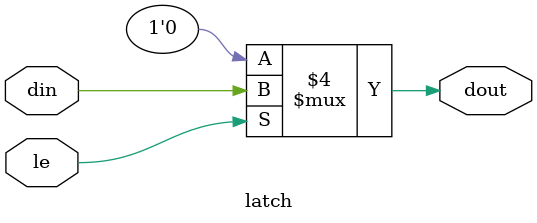
<source format=v>
`timescale 1ns / 1ps
module latch( 
   // Outputs 
   dout, 
   // Inputs 
   din, le 
   ); 
   input din; 
   output dout; 
   input  le; // latch enable 
   reg dout; 
   always @(din or le) 
     if (le == 1'b1) 
       dout <= din;   //Use non-blocking
     else
       dout <= 0;
    
endmodule // latch

</source>
